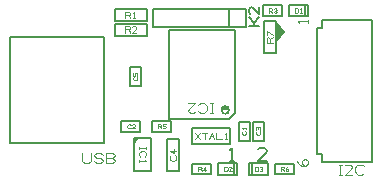
<source format=gbr>
G04 GENERATED BY PULSONIX 7.0 GERBER.DLL 4573*
%INI2C_TO_USB_BRIDGE_V1_0_2*%
%LNGERBER_SILKSCREEN_TOP*%
%FSLAX33Y33*%
%IPPOS*%
%LPD*%
%OFA0B0*%
%MOMM*%
%ADD10C,0.051*%
%ADD15C,0.125*%
%ADD17C,0.200*%
%ADD71C,0.127*%
%ADD78C,0.203*%
%ADD103C,0.076*%
%ADD345C,0.150*%
X0Y0D02*
D02*
D10*
X124452Y122723D02*
X124422Y122693D01*
X124362Y122663*
X124273*
X124213Y122693*
X124183Y122723*
X124153Y122783*
Y122902*
X124183Y122962*
X124213Y122992*
X124273Y123022*
X124362*
X124422Y122992*
X124452Y122962*
X124804Y122663D02*
X124565Y122663D01*
X124774Y122872*
X124804Y122932*
X124774Y122992*
X124714Y123022*
X124624*
X124565Y122992*
X124958Y127026D02*
X124988Y126996D01*
X125017Y126937*
Y126847*
X124988Y126787*
X124958Y126757*
X124898Y126728*
X124778*
X124719Y126757*
X124689Y126787*
X124659Y126847*
Y126937*
X124689Y126996*
X124719Y127026*
X124988Y127139D02*
X125017Y127199D01*
Y127288*
X124988Y127348*
X124928Y127378*
X124898*
X124838Y127348*
X124808Y127288*
Y127139*
X124659*
Y127378*
X126753Y122663D02*
X126753Y123022D01*
X126962*
X127022Y122992*
X127052Y122932*
X127022Y122872*
X126962Y122842*
X126753*
X126962D02*
X127052Y122663D01*
X127165Y122693D02*
X127224Y122663D01*
X127314*
X127374Y122693*
X127404Y122753*
Y122783*
X127374Y122842*
X127314Y122872*
X127165*
Y123022*
X127404*
X130153Y119063D02*
X130153Y119422D01*
X130362*
X130422Y119392*
X130452Y119332*
X130422Y119272*
X130362Y119242*
X130153*
X130362D02*
X130452Y119063D01*
X130714D02*
X130714Y119422D01*
X130565Y119183*
X130804*
X132353Y119063D02*
X132353Y119422D01*
X132532*
X132592Y119392*
X132622Y119362*
X132652Y119302*
Y119183*
X132622Y119123*
X132592Y119093*
X132532Y119063*
X132353*
X133004D02*
X132765Y119063D01*
X132974Y119272*
X133004Y119332*
X132974Y119392*
X132914Y119422*
X132824*
X132765Y119392*
X134158Y122426D02*
X134188Y122396D01*
X134217Y122337*
Y122247*
X134188Y122187*
X134158Y122157*
X134098Y122128*
X133978*
X133919Y122157*
X133889Y122187*
X133859Y122247*
Y122337*
X133889Y122396*
X133919Y122426*
X134217Y122599D02*
X134217Y122718D01*
Y122659D02*
X133859Y122659D01*
X133919Y122599*
X134953Y119063D02*
X134953Y119422D01*
X135132*
X135192Y119392*
X135222Y119362*
X135252Y119302*
Y119183*
X135222Y119123*
X135192Y119093*
X135132Y119063*
X134953*
X135394Y119093D02*
X135454Y119063D01*
X135514*
X135574Y119093*
X135604Y119153*
X135574Y119213*
X135514Y119242*
X135454*
X135514D02*
X135574Y119272D01*
X135604Y119332*
X135574Y119392*
X135514Y119422*
X135454*
X135394Y119392*
X135358Y122426D02*
X135388Y122396D01*
X135417Y122337*
Y122247*
X135388Y122187*
X135358Y122157*
X135298Y122128*
X135178*
X135119Y122157*
X135089Y122187*
X135059Y122247*
Y122337*
X135089Y122396*
X135119Y122426*
X135388Y122569D02*
X135417Y122629D01*
Y122688*
X135388Y122748*
X135328Y122778*
X135268Y122748*
X135238Y122688*
Y122629*
Y122688D02*
X135208Y122748D01*
X135149Y122778*
X135089Y122748*
X135059Y122688*
Y122629*
X135089Y122569*
X136153Y132463D02*
X136153Y132822D01*
X136362*
X136422Y132792*
X136452Y132732*
X136422Y132672*
X136362Y132642*
X136153*
X136362D02*
X136452Y132463D01*
X136594Y132493D02*
X136654Y132463D01*
X136714*
X136774Y132493*
X136804Y132553*
X136774Y132613*
X136714Y132642*
X136654*
X136714D02*
X136774Y132672D01*
X136804Y132732*
X136774Y132792*
X136714Y132822*
X136654*
X136594Y132792*
X137153Y119063D02*
X137153Y119422D01*
X137362*
X137422Y119392*
X137452Y119332*
X137422Y119272*
X137362Y119242*
X137153*
X137362D02*
X137452Y119063D01*
X137565Y119153D02*
X137594Y119213D01*
X137654Y119242*
X137714*
X137774Y119213*
X137804Y119153*
X137774Y119093*
X137714Y119063*
X137654*
X137594Y119093*
X137565Y119153*
Y119242*
X137594Y119332*
X137654Y119392*
X137714Y119422*
X138353Y132463D02*
X138353Y132822D01*
X138532*
X138592Y132792*
X138622Y132762*
X138652Y132702*
Y132583*
X138622Y132523*
X138592Y132493*
X138532Y132463*
X138353*
X138824D02*
X138944Y132463D01*
X138884D02*
X138884Y132822D01*
X138824Y132762*
D02*
D15*
X120353Y120605D02*
X120353Y119944D01*
X120427Y119797*
X120574Y119723*
X120868*
X121015Y119797*
X121088Y119944*
Y120605*
X121366Y119944D02*
X121439Y119797D01*
X121586Y119723*
X121880*
X122027Y119797*
X122101Y119944*
X122027Y120091*
X121880Y120164*
X121586*
X121439Y120238*
X121366Y120385*
X121439Y120532*
X121586Y120605*
X121880*
X122027Y120532*
X122101Y120385*
X122893Y120164D02*
X123040Y120091D01*
X123113Y119944*
X123040Y119797*
X122893Y119723*
X122378*
Y120605*
X122893*
X123040Y120532*
X123113Y120385*
X123040Y120238*
X122893Y120164*
X122378*
X131453Y124832D02*
X131159Y124832D01*
X131306D02*
X131306Y123950D01*
X131453D02*
X131159Y123950D01*
X130180Y124685D02*
X130254Y124758D01*
X130401Y124832*
X130622*
X130769Y124758*
X130842Y124685*
X130916Y124538*
Y124244*
X130842Y124097*
X130769Y124023*
X130622Y123950*
X130401*
X130254Y124023*
X130180Y124097*
X129315Y124832D02*
X129903Y124832D01*
X129388Y124317*
X129315Y124170*
X129388Y124023*
X129535Y123950*
X129756*
X129903Y124023*
X139458Y131575D02*
X139458Y131869D01*
Y131722D02*
X138575Y131722D01*
X138722Y131575*
X139212Y119503D02*
X139065Y119576D01*
X138991Y119723*
Y119870*
X139065Y120017*
X139212Y120091*
X139359Y120017*
X139433Y119870*
Y119723*
X139359Y119576*
X139212Y119503*
X138991*
X138771Y119576*
X138624Y119723*
X138550Y119870*
X142053Y118723D02*
X142347Y118723D01*
X142200D02*
X142200Y119605D01*
X142053D02*
X142347Y119605D01*
X143179Y118723D02*
X142591Y118723D01*
X143105Y119238*
X143179Y119385*
X143105Y119532*
X142958Y119605*
X142738*
X142591Y119532*
X144176Y118870D02*
X144102Y118797D01*
X143955Y118723*
X143735*
X143588Y118797*
X143514Y118870*
X143441Y119017*
Y119311*
X143514Y119458*
X143588Y119532*
X143735Y119605*
X143955*
X144102Y119532*
X144176Y119458*
D02*
D17*
X122153Y130428D02*
Y121428D01*
X114253*
Y130428*
X122153*
X127653Y123478D02*
Y130977D01*
X133253*
Y123978*
X132753Y123478*
X127653*
X132131Y124228D02*
G75*
G03X132776I323D01*
G01*
G75*
G03X132131I-322*
G01*
G36*
G75*
G03X132776I323*
G01*
G75*
G03X132131I-322*
G01*
G37*
X136853Y131528D02*
X137453Y130827D01*
X136853Y130128*
Y131528*
G36*
X137453Y130827*
X136853Y130128*
Y131528*
G37*
D02*
D71*
X123107Y130520D02*
Y131536D01*
X125799*
Y130520*
X123107*
Y131720D02*
Y132736D01*
X125799*
Y131720*
X123107*
X123640Y122370D02*
Y123285D01*
X125266*
Y122370*
X123640*
X124717Y121444D02*
Y121825D01*
X125098*
X124717Y121444*
G36*
Y121825*
X125098*
X124717Y121444*
G37*
X125310Y126215D02*
X124396D01*
Y127840*
X125310*
Y126215*
X126190Y121825D02*
Y119031D01*
X124717*
Y121825*
X126190*
X126316Y131266D02*
Y132790D01*
X134190*
Y131266*
X126316*
X127866Y123285D02*
Y122370D01*
X126240*
Y123285*
X127866*
X128561Y119081D02*
X127545D01*
Y121774*
X128561*
Y119081*
X131266Y119685D02*
Y118770D01*
X129640*
Y119685*
X131266*
X131840Y118745D02*
Y119710D01*
X133466*
Y118745*
X131840*
X132793Y131266D02*
Y132790D01*
X133187Y119710D02*
Y118745D01*
X133596Y123240D02*
X134510D01*
Y121615*
X133596*
Y123240*
X134720Y118745D02*
Y119710D01*
X134796Y123240D02*
X135710D01*
Y121615*
X134796*
Y123240*
X135745Y131774D02*
X136761D01*
Y129081*
X135745*
Y131774*
X136066Y119710D02*
Y118745D01*
X134440*
Y119710*
X136066*
X136640Y118770D02*
Y119685D01*
X138266*
Y118770*
X136640*
X137266Y133085D02*
Y132170D01*
X135640*
Y133085*
X137266*
X137840Y132145D02*
Y133110D01*
X139466*
Y132145*
X137840*
X139187Y133110D02*
Y132145D01*
D02*
D78*
X132853Y121328D02*
X129653D01*
Y122728*
X132853*
Y121328*
X140653Y119828D02*
X144853D01*
Y131828*
X140653*
Y131178*
X140253*
Y120478*
X140653*
Y119828*
D02*
D103*
X123953Y130781D02*
X123953Y131319D01*
X124267*
X124357Y131274*
X124401Y131184*
X124357Y131095*
X124267Y131050*
X123953*
X124267D02*
X124401Y130781D01*
X124929D02*
X124570Y130781D01*
X124884Y131095*
X124929Y131184*
X124884Y131274*
X124794Y131319*
X124660*
X124570Y131274*
X123953Y131981D02*
X123953Y132519D01*
X124267*
X124357Y132474*
X124401Y132384*
X124357Y132295*
X124267Y132250*
X123953*
X124267D02*
X124401Y131981D01*
X124660D02*
X124839Y131981D01*
X124750D02*
X124750Y132519D01*
X124660Y132429*
X125188Y121059D02*
X125188Y120880D01*
Y120969D02*
X125725Y120969D01*
Y121059D02*
X125725Y120880D01*
X125277Y120283D02*
X125232Y120328D01*
X125188Y120418*
Y120552*
X125232Y120642*
X125277Y120687*
X125367Y120731*
X125546*
X125636Y120687*
X125681Y120642*
X125725Y120552*
Y120418*
X125681Y120328*
X125636Y120283*
X125188Y120024D02*
X125188Y119845D01*
Y119935D02*
X125725Y119935D01*
X125636Y120024*
X128210Y120376D02*
X128255Y120331D01*
X128300Y120241*
Y120107*
X128255Y120017*
X128210Y119972*
X128120Y119928*
X127941*
X127851Y119972*
X127807Y120017*
X127762Y120107*
Y120241*
X127807Y120331*
X127851Y120376*
X128300Y120769D02*
X127762Y120769D01*
X128120Y120545*
Y120903*
X129860Y121762D02*
X130308Y122300D01*
X129860D02*
X130308Y121762D01*
X130701D02*
X130701Y122300D01*
X130477D02*
X130925Y122300D01*
X131094Y121762D02*
X131318Y122300D01*
X131542Y121762*
X131184Y121986D02*
X131453Y121986D01*
X131711Y122300D02*
X131711Y121762D01*
X132160*
X132418D02*
X132597Y121762D01*
X132508D02*
X132508Y122300D01*
X132418Y122210*
X136500Y129928D02*
X135962Y129928D01*
Y130241*
X136007Y130331*
X136096Y130376*
X136186Y130331*
X136231Y130241*
Y129928*
Y130241D02*
X136500Y130376D01*
Y130545D02*
X135962Y130903D01*
Y130545*
D02*
D345*
X132830Y119942D02*
X133183Y119942D01*
X133006D02*
X133006Y121001D01*
X132830Y120825*
X135959Y119942D02*
X135253Y119942D01*
X135871Y120560*
X135959Y120736*
X135871Y120913*
X135694Y121001*
X135430*
X135253Y120913*
X135333Y131328D02*
X134450Y131328D01*
X134891D02*
X134891Y131548D01*
X134450Y132063*
X134891Y131548D02*
X135333Y132063D01*
Y132928D02*
X135333Y132340D01*
X134818Y132855*
X134671Y132928*
X134524Y132855*
X134450Y132708*
Y132487*
X134524Y132340*
X0Y0D02*
M02*

</source>
